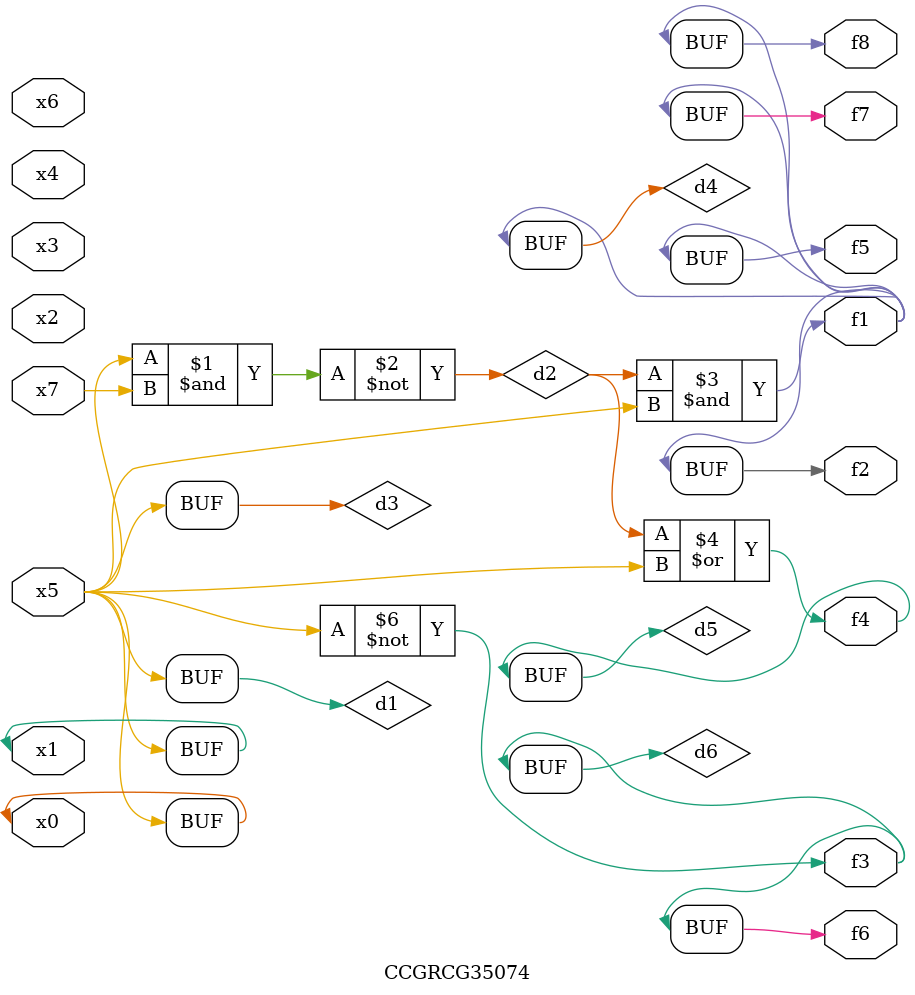
<source format=v>
module CCGRCG35074(
	input x0, x1, x2, x3, x4, x5, x6, x7,
	output f1, f2, f3, f4, f5, f6, f7, f8
);

	wire d1, d2, d3, d4, d5, d6;

	buf (d1, x0, x5);
	nand (d2, x5, x7);
	buf (d3, x0, x1);
	and (d4, d2, d3);
	or (d5, d2, d3);
	nor (d6, d1, d3);
	assign f1 = d4;
	assign f2 = d4;
	assign f3 = d6;
	assign f4 = d5;
	assign f5 = d4;
	assign f6 = d6;
	assign f7 = d4;
	assign f8 = d4;
endmodule

</source>
